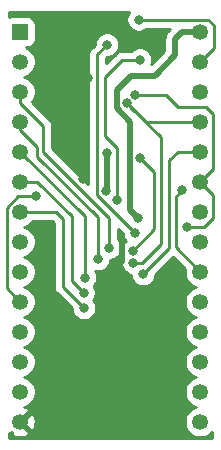
<source format=gbr>
%TF.GenerationSoftware,KiCad,Pcbnew,(5.1.12)-1*%
%TF.CreationDate,2023-02-10T19:32:18+01:00*%
%TF.ProjectId,bigrom,62696772-6f6d-42e6-9b69-6361645f7063,rev?*%
%TF.SameCoordinates,Original*%
%TF.FileFunction,Copper,L2,Bot*%
%TF.FilePolarity,Positive*%
%FSLAX46Y46*%
G04 Gerber Fmt 4.6, Leading zero omitted, Abs format (unit mm)*
G04 Created by KiCad (PCBNEW (5.1.12)-1) date 2023-02-10 19:32:18*
%MOMM*%
%LPD*%
G01*
G04 APERTURE LIST*
%TA.AperFunction,ComponentPad*%
%ADD10R,1.350000X1.350000*%
%TD*%
%TA.AperFunction,ComponentPad*%
%ADD11C,1.350000*%
%TD*%
%TA.AperFunction,ViaPad*%
%ADD12C,0.800000*%
%TD*%
%TA.AperFunction,Conductor*%
%ADD13C,0.250000*%
%TD*%
%TA.AperFunction,Conductor*%
%ADD14C,0.500000*%
%TD*%
%TA.AperFunction,Conductor*%
%ADD15C,0.254000*%
%TD*%
%TA.AperFunction,Conductor*%
%ADD16C,0.100000*%
%TD*%
G04 APERTURE END LIST*
D10*
%TO.P,J1,1*%
%TO.N,Net-(J1-Pad1)*%
X145000000Y-97500000D03*
D11*
%TO.P,J1,2*%
%TO.N,A12*%
X145000000Y-100040000D03*
%TO.P,J1,3*%
%TO.N,A7*%
X145000000Y-102580000D03*
%TO.P,J1,4*%
%TO.N,A6*%
X145000000Y-105120000D03*
%TO.P,J1,5*%
%TO.N,A5*%
X145000000Y-107660000D03*
%TO.P,J1,6*%
%TO.N,A4*%
X145000000Y-110200000D03*
%TO.P,J1,7*%
%TO.N,A3*%
X145000000Y-112740000D03*
%TO.P,J1,8*%
%TO.N,A2*%
X145000000Y-115280000D03*
%TO.P,J1,9*%
%TO.N,A1*%
X145000000Y-117820000D03*
%TO.P,J1,10*%
%TO.N,A0*%
X145000000Y-120360000D03*
%TO.P,J1,11*%
%TO.N,DQ0*%
X145000000Y-122900000D03*
%TO.P,J1,12*%
%TO.N,DQ1*%
X145000000Y-125440000D03*
%TO.P,J1,13*%
%TO.N,DQ2*%
X145000000Y-127980000D03*
%TO.P,J1,14*%
%TO.N,GND*%
X145000000Y-130520000D03*
%TO.P,J1,15*%
%TO.N,DQ3*%
X160240000Y-130520000D03*
%TO.P,J1,16*%
%TO.N,DQ4*%
X160240000Y-127980000D03*
%TO.P,J1,17*%
%TO.N,DQ5*%
X160240000Y-125440000D03*
%TO.P,J1,18*%
%TO.N,DQ6*%
X160240000Y-122900000D03*
%TO.P,J1,19*%
%TO.N,DQ7*%
X160240000Y-120360000D03*
%TO.P,J1,20*%
%TO.N,~CE~*%
X160240000Y-117820000D03*
%TO.P,J1,21*%
%TO.N,A10*%
X160240000Y-115280000D03*
%TO.P,J1,22*%
%TO.N,~OE~*%
X160240000Y-112740000D03*
%TO.P,J1,23*%
%TO.N,A11*%
X160240000Y-110200000D03*
%TO.P,J1,24*%
%TO.N,A9*%
X160240000Y-107660000D03*
%TO.P,J1,25*%
%TO.N,A8*%
X160240000Y-105120000D03*
%TO.P,J1,26*%
%TO.N,A13*%
X160240000Y-102580000D03*
%TO.P,J1,27*%
%TO.N,Net-(J1-Pad27)*%
X160240000Y-100040000D03*
%TO.P,J1,28*%
%TO.N,+5V*%
X160240000Y-97500000D03*
%TD*%
D12*
%TO.N,A7*%
X152560000Y-115780000D03*
%TO.N,A6*%
X151580000Y-116750000D03*
%TO.N,A5*%
X150480000Y-118310000D03*
%TO.N,A4*%
X150380000Y-119590000D03*
%TO.N,A3*%
X150410000Y-120880000D03*
%TO.N,A0*%
X146358952Y-111438952D03*
%TO.N,GND*%
X146300000Y-113900000D03*
X152400000Y-107800000D03*
X150300000Y-110000000D03*
X151100000Y-98630000D03*
X150750000Y-101430000D03*
X154480000Y-98350000D03*
X152274017Y-110974029D03*
%TO.N,~CE~*%
X158750000Y-110930000D03*
%TO.N,A11*%
X159140000Y-114030000D03*
X154770000Y-102840000D03*
%TO.N,A9*%
X155410000Y-118010000D03*
%TO.N,A8*%
X154600000Y-117070000D03*
X154030000Y-103530000D03*
%TO.N,A13*%
X155190000Y-108200000D03*
X154555010Y-116020000D03*
%TO.N,Net-(J1-Pad27)*%
X155030000Y-96460000D03*
%TO.N,+5V*%
X155000000Y-113225000D03*
%TO.N,A14*%
X155150000Y-99850000D03*
X153200000Y-111775000D03*
%TO.N,~WE~*%
X154730000Y-114510000D03*
X152360000Y-98590000D03*
%TD*%
D13*
%TO.N,A7*%
X152560000Y-114460000D02*
X152560000Y-115780000D01*
X152560000Y-113240000D02*
X152560000Y-114460000D01*
X146975000Y-107655000D02*
X152560000Y-113240000D01*
X146975000Y-105465000D02*
X146975000Y-107655000D01*
X145000000Y-103490000D02*
X146975000Y-105465000D01*
X145000000Y-102580000D02*
X145000000Y-103490000D01*
%TO.N,A6*%
X146460000Y-108100000D02*
X151580000Y-113220000D01*
X146460000Y-107280000D02*
X146460000Y-108100000D01*
X151580000Y-113220000D02*
X151580000Y-116750000D01*
X145000000Y-105820000D02*
X146460000Y-107280000D01*
X145000000Y-105120000D02*
X145000000Y-105820000D01*
%TO.N,A5*%
X150480000Y-113120000D02*
X150480000Y-118310000D01*
X145020000Y-107660000D02*
X150480000Y-113120000D01*
X145000000Y-107660000D02*
X145020000Y-107660000D01*
%TO.N,A4*%
X149400000Y-118610000D02*
X150380000Y-119590000D01*
X149400000Y-113130000D02*
X149400000Y-118610000D01*
X146470000Y-110200000D02*
X149400000Y-113130000D01*
X145000000Y-110200000D02*
X146470000Y-110200000D01*
%TO.N,A3*%
X145000000Y-112740000D02*
X148010000Y-112740000D01*
X148010000Y-112740000D02*
X148610000Y-113340000D01*
X148610000Y-119080000D02*
X150410000Y-120880000D01*
X148610000Y-113340000D02*
X148610000Y-119080000D01*
%TO.N,A0*%
X143870000Y-119230000D02*
X143870000Y-112389998D01*
X143870000Y-112389998D02*
X144821046Y-111438952D01*
X144821046Y-111438952D02*
X146358952Y-111438952D01*
X145000000Y-120360000D02*
X143870000Y-119230000D01*
D14*
%TO.N,GND*%
X153600000Y-117000000D02*
X153600000Y-115300000D01*
X152400000Y-110848046D02*
X152274017Y-110974029D01*
X152400000Y-107800000D02*
X152400000Y-110848046D01*
D13*
%TO.N,~CE~*%
X158180000Y-115760000D02*
X160240000Y-117820000D01*
X158180000Y-111500000D02*
X158180000Y-115760000D01*
X158750000Y-110930000D02*
X158180000Y-111500000D01*
%TO.N,A11*%
X161370000Y-113250000D02*
X161370000Y-111330000D01*
X160590000Y-114030000D02*
X161370000Y-113250000D01*
X161370000Y-111330000D02*
X160240000Y-110200000D01*
X159140000Y-114030000D02*
X160590000Y-114030000D01*
X158370000Y-103870000D02*
X157340000Y-102840000D01*
X157340000Y-102840000D02*
X154770000Y-102840000D01*
X161360000Y-109080000D02*
X161360000Y-104480000D01*
X160240000Y-110200000D02*
X161360000Y-109080000D01*
X161360000Y-104480000D02*
X160750000Y-103870000D01*
X160750000Y-103870000D02*
X158370000Y-103870000D01*
%TO.N,A9*%
X157610000Y-115810000D02*
X155410000Y-118010000D01*
X158330000Y-107660000D02*
X157610000Y-108380000D01*
X157610000Y-108380000D02*
X157610000Y-115810000D01*
X160240000Y-107660000D02*
X158330000Y-107660000D01*
%TO.N,A8*%
X155620000Y-105120000D02*
X154030000Y-103530000D01*
X154600000Y-117070000D02*
X155340000Y-117070000D01*
X160240000Y-105120000D02*
X155620000Y-105120000D01*
X155340000Y-117070000D02*
X156940000Y-115470000D01*
X156940000Y-115470000D02*
X156940000Y-106440000D01*
X154429999Y-103929999D02*
X154030000Y-103530000D01*
X156940000Y-106440000D02*
X154429999Y-103929999D01*
%TO.N,A13*%
X155190000Y-108200000D02*
X156360000Y-109370000D01*
X156360000Y-109370000D02*
X156360000Y-114215010D01*
X156360000Y-114215010D02*
X154555010Y-116020000D01*
%TO.N,Net-(J1-Pad27)*%
X161430000Y-98850000D02*
X160240000Y-100040000D01*
X161430000Y-96960000D02*
X161430000Y-98850000D01*
X160930000Y-96460000D02*
X161430000Y-96960000D01*
X155030000Y-96460000D02*
X160930000Y-96460000D01*
D14*
%TO.N,+5V*%
X158100000Y-98100000D02*
X158700000Y-97500000D01*
X158100000Y-99500000D02*
X158100000Y-98100000D01*
X156400000Y-101200000D02*
X158100000Y-99500000D01*
X158700000Y-97500000D02*
X160240000Y-97500000D01*
X154400000Y-101200000D02*
X156400000Y-101200000D01*
X153179999Y-102420001D02*
X154400000Y-101200000D01*
X153179999Y-103938001D02*
X153179999Y-102420001D01*
X154339999Y-105098001D02*
X153179999Y-103938001D01*
X154339999Y-112564999D02*
X154339999Y-105098001D01*
X155000000Y-113225000D02*
X154339999Y-112564999D01*
D13*
%TO.N,A14*%
X152200000Y-101300000D02*
X152200000Y-106310000D01*
X152200000Y-106310000D02*
X153200000Y-107310000D01*
X153650000Y-99850000D02*
X152200000Y-101300000D01*
X155150000Y-99850000D02*
X153650000Y-99850000D01*
X153200000Y-107310000D02*
X153200000Y-111775000D01*
%TO.N,~WE~*%
X154730000Y-114510000D02*
X151540000Y-111320000D01*
X151540000Y-111320000D02*
X151540000Y-101070000D01*
X151540000Y-99410000D02*
X152360000Y-98590000D01*
X151540000Y-101070000D02*
X151540000Y-99410000D01*
%TD*%
D15*
%TO.N,GND*%
X147850000Y-113654802D02*
X147850001Y-119042668D01*
X147846324Y-119080000D01*
X147860998Y-119228985D01*
X147904454Y-119372246D01*
X147975026Y-119504276D01*
X148045378Y-119589999D01*
X148070000Y-119620001D01*
X148098998Y-119643799D01*
X149375000Y-120919802D01*
X149375000Y-120981939D01*
X149414774Y-121181898D01*
X149492795Y-121370256D01*
X149606063Y-121539774D01*
X149750226Y-121683937D01*
X149919744Y-121797205D01*
X150108102Y-121875226D01*
X150308061Y-121915000D01*
X150511939Y-121915000D01*
X150711898Y-121875226D01*
X150900256Y-121797205D01*
X151069774Y-121683937D01*
X151213937Y-121539774D01*
X151327205Y-121370256D01*
X151405226Y-121181898D01*
X151445000Y-120981939D01*
X151445000Y-120778061D01*
X151405226Y-120578102D01*
X151327205Y-120389744D01*
X151213937Y-120220226D01*
X151207789Y-120214078D01*
X151297205Y-120080256D01*
X151375226Y-119891898D01*
X151415000Y-119691939D01*
X151415000Y-119488061D01*
X151375226Y-119288102D01*
X151297205Y-119099744D01*
X151239832Y-119013879D01*
X151283937Y-118969774D01*
X151397205Y-118800256D01*
X151475226Y-118611898D01*
X151515000Y-118411939D01*
X151515000Y-118208061D01*
X151475226Y-118008102D01*
X151397205Y-117819744D01*
X151358038Y-117761126D01*
X151478061Y-117785000D01*
X151681939Y-117785000D01*
X151881898Y-117745226D01*
X152070256Y-117667205D01*
X152239774Y-117553937D01*
X152383937Y-117409774D01*
X152497205Y-117240256D01*
X152575226Y-117051898D01*
X152615000Y-116851939D01*
X152615000Y-116815000D01*
X152661939Y-116815000D01*
X152861898Y-116775226D01*
X153050256Y-116697205D01*
X153219774Y-116583937D01*
X153363937Y-116439774D01*
X153477205Y-116270256D01*
X153526054Y-116152325D01*
X153559784Y-116321898D01*
X153637805Y-116510256D01*
X153683515Y-116578666D01*
X153682795Y-116579744D01*
X153604774Y-116768102D01*
X153565000Y-116968061D01*
X153565000Y-117171939D01*
X153604774Y-117371898D01*
X153682795Y-117560256D01*
X153796063Y-117729774D01*
X153940226Y-117873937D01*
X154109744Y-117987205D01*
X154298102Y-118065226D01*
X154375000Y-118080522D01*
X154375000Y-118111939D01*
X154414774Y-118311898D01*
X154492795Y-118500256D01*
X154606063Y-118669774D01*
X154750226Y-118813937D01*
X154919744Y-118927205D01*
X155108102Y-119005226D01*
X155308061Y-119045000D01*
X155511939Y-119045000D01*
X155711898Y-119005226D01*
X155900256Y-118927205D01*
X156069774Y-118813937D01*
X156213937Y-118669774D01*
X156327205Y-118500256D01*
X156405226Y-118311898D01*
X156445000Y-118111939D01*
X156445000Y-118049801D01*
X157920000Y-116574802D01*
X158947615Y-117602417D01*
X158930000Y-117690976D01*
X158930000Y-117949024D01*
X158980342Y-118202113D01*
X159079093Y-118440518D01*
X159222456Y-118655077D01*
X159404923Y-118837544D01*
X159619482Y-118980907D01*
X159857887Y-119079658D01*
X159909880Y-119090000D01*
X159857887Y-119100342D01*
X159619482Y-119199093D01*
X159404923Y-119342456D01*
X159222456Y-119524923D01*
X159079093Y-119739482D01*
X158980342Y-119977887D01*
X158930000Y-120230976D01*
X158930000Y-120489024D01*
X158980342Y-120742113D01*
X159079093Y-120980518D01*
X159222456Y-121195077D01*
X159404923Y-121377544D01*
X159619482Y-121520907D01*
X159857887Y-121619658D01*
X159909880Y-121630000D01*
X159857887Y-121640342D01*
X159619482Y-121739093D01*
X159404923Y-121882456D01*
X159222456Y-122064923D01*
X159079093Y-122279482D01*
X158980342Y-122517887D01*
X158930000Y-122770976D01*
X158930000Y-123029024D01*
X158980342Y-123282113D01*
X159079093Y-123520518D01*
X159222456Y-123735077D01*
X159404923Y-123917544D01*
X159619482Y-124060907D01*
X159857887Y-124159658D01*
X159909880Y-124170000D01*
X159857887Y-124180342D01*
X159619482Y-124279093D01*
X159404923Y-124422456D01*
X159222456Y-124604923D01*
X159079093Y-124819482D01*
X158980342Y-125057887D01*
X158930000Y-125310976D01*
X158930000Y-125569024D01*
X158980342Y-125822113D01*
X159079093Y-126060518D01*
X159222456Y-126275077D01*
X159404923Y-126457544D01*
X159619482Y-126600907D01*
X159857887Y-126699658D01*
X159909880Y-126710000D01*
X159857887Y-126720342D01*
X159619482Y-126819093D01*
X159404923Y-126962456D01*
X159222456Y-127144923D01*
X159079093Y-127359482D01*
X158980342Y-127597887D01*
X158930000Y-127850976D01*
X158930000Y-128109024D01*
X158980342Y-128362113D01*
X159079093Y-128600518D01*
X159222456Y-128815077D01*
X159404923Y-128997544D01*
X159619482Y-129140907D01*
X159857887Y-129239658D01*
X159909880Y-129250000D01*
X159857887Y-129260342D01*
X159619482Y-129359093D01*
X159404923Y-129502456D01*
X159222456Y-129684923D01*
X159079093Y-129899482D01*
X158980342Y-130137887D01*
X158930000Y-130390976D01*
X158930000Y-130649024D01*
X158980342Y-130902113D01*
X159079093Y-131140518D01*
X159222456Y-131355077D01*
X159404923Y-131537544D01*
X159619482Y-131680907D01*
X159857887Y-131779658D01*
X160110976Y-131830000D01*
X160369024Y-131830000D01*
X160622113Y-131779658D01*
X160860518Y-131680907D01*
X161075077Y-131537544D01*
X161257544Y-131355077D01*
X161260001Y-131351400D01*
X161260001Y-131870000D01*
X144080000Y-131870000D01*
X144080000Y-131460714D01*
X144159447Y-131540161D01*
X144276206Y-131423402D01*
X144332630Y-131654621D01*
X144566808Y-131763017D01*
X144817633Y-131823645D01*
X145075465Y-131834174D01*
X145330398Y-131794200D01*
X145572633Y-131705259D01*
X145667370Y-131654621D01*
X145723795Y-131423400D01*
X145000000Y-130699605D01*
X144985858Y-130713748D01*
X144806253Y-130534143D01*
X144820395Y-130520000D01*
X145179605Y-130520000D01*
X145903400Y-131243795D01*
X146134621Y-131187370D01*
X146243017Y-130953192D01*
X146303645Y-130702367D01*
X146314174Y-130444535D01*
X146274200Y-130189602D01*
X146185259Y-129947367D01*
X146134621Y-129852630D01*
X145903400Y-129796205D01*
X145179605Y-130520000D01*
X144820395Y-130520000D01*
X144806253Y-130505858D01*
X144985858Y-130326253D01*
X145000000Y-130340395D01*
X145723795Y-129616600D01*
X145667370Y-129385379D01*
X145433192Y-129276983D01*
X145325424Y-129250934D01*
X145382113Y-129239658D01*
X145620518Y-129140907D01*
X145835077Y-128997544D01*
X146017544Y-128815077D01*
X146160907Y-128600518D01*
X146259658Y-128362113D01*
X146310000Y-128109024D01*
X146310000Y-127850976D01*
X146259658Y-127597887D01*
X146160907Y-127359482D01*
X146017544Y-127144923D01*
X145835077Y-126962456D01*
X145620518Y-126819093D01*
X145382113Y-126720342D01*
X145330120Y-126710000D01*
X145382113Y-126699658D01*
X145620518Y-126600907D01*
X145835077Y-126457544D01*
X146017544Y-126275077D01*
X146160907Y-126060518D01*
X146259658Y-125822113D01*
X146310000Y-125569024D01*
X146310000Y-125310976D01*
X146259658Y-125057887D01*
X146160907Y-124819482D01*
X146017544Y-124604923D01*
X145835077Y-124422456D01*
X145620518Y-124279093D01*
X145382113Y-124180342D01*
X145330120Y-124170000D01*
X145382113Y-124159658D01*
X145620518Y-124060907D01*
X145835077Y-123917544D01*
X146017544Y-123735077D01*
X146160907Y-123520518D01*
X146259658Y-123282113D01*
X146310000Y-123029024D01*
X146310000Y-122770976D01*
X146259658Y-122517887D01*
X146160907Y-122279482D01*
X146017544Y-122064923D01*
X145835077Y-121882456D01*
X145620518Y-121739093D01*
X145382113Y-121640342D01*
X145330120Y-121630000D01*
X145382113Y-121619658D01*
X145620518Y-121520907D01*
X145835077Y-121377544D01*
X146017544Y-121195077D01*
X146160907Y-120980518D01*
X146259658Y-120742113D01*
X146310000Y-120489024D01*
X146310000Y-120230976D01*
X146259658Y-119977887D01*
X146160907Y-119739482D01*
X146017544Y-119524923D01*
X145835077Y-119342456D01*
X145620518Y-119199093D01*
X145382113Y-119100342D01*
X145330120Y-119090000D01*
X145382113Y-119079658D01*
X145620518Y-118980907D01*
X145835077Y-118837544D01*
X146017544Y-118655077D01*
X146160907Y-118440518D01*
X146259658Y-118202113D01*
X146310000Y-117949024D01*
X146310000Y-117690976D01*
X146259658Y-117437887D01*
X146160907Y-117199482D01*
X146017544Y-116984923D01*
X145835077Y-116802456D01*
X145620518Y-116659093D01*
X145382113Y-116560342D01*
X145330120Y-116550000D01*
X145382113Y-116539658D01*
X145620518Y-116440907D01*
X145835077Y-116297544D01*
X146017544Y-116115077D01*
X146160907Y-115900518D01*
X146259658Y-115662113D01*
X146310000Y-115409024D01*
X146310000Y-115150976D01*
X146259658Y-114897887D01*
X146160907Y-114659482D01*
X146017544Y-114444923D01*
X145835077Y-114262456D01*
X145620518Y-114119093D01*
X145382113Y-114020342D01*
X145330120Y-114010000D01*
X145382113Y-113999658D01*
X145620518Y-113900907D01*
X145835077Y-113757544D01*
X146017544Y-113575077D01*
X146067709Y-113500000D01*
X147695199Y-113500000D01*
X147850000Y-113654802D01*
%TA.AperFunction,Conductor*%
D16*
G36*
X147850000Y-113654802D02*
G01*
X147850001Y-119042668D01*
X147846324Y-119080000D01*
X147860998Y-119228985D01*
X147904454Y-119372246D01*
X147975026Y-119504276D01*
X148045378Y-119589999D01*
X148070000Y-119620001D01*
X148098998Y-119643799D01*
X149375000Y-120919802D01*
X149375000Y-120981939D01*
X149414774Y-121181898D01*
X149492795Y-121370256D01*
X149606063Y-121539774D01*
X149750226Y-121683937D01*
X149919744Y-121797205D01*
X150108102Y-121875226D01*
X150308061Y-121915000D01*
X150511939Y-121915000D01*
X150711898Y-121875226D01*
X150900256Y-121797205D01*
X151069774Y-121683937D01*
X151213937Y-121539774D01*
X151327205Y-121370256D01*
X151405226Y-121181898D01*
X151445000Y-120981939D01*
X151445000Y-120778061D01*
X151405226Y-120578102D01*
X151327205Y-120389744D01*
X151213937Y-120220226D01*
X151207789Y-120214078D01*
X151297205Y-120080256D01*
X151375226Y-119891898D01*
X151415000Y-119691939D01*
X151415000Y-119488061D01*
X151375226Y-119288102D01*
X151297205Y-119099744D01*
X151239832Y-119013879D01*
X151283937Y-118969774D01*
X151397205Y-118800256D01*
X151475226Y-118611898D01*
X151515000Y-118411939D01*
X151515000Y-118208061D01*
X151475226Y-118008102D01*
X151397205Y-117819744D01*
X151358038Y-117761126D01*
X151478061Y-117785000D01*
X151681939Y-117785000D01*
X151881898Y-117745226D01*
X152070256Y-117667205D01*
X152239774Y-117553937D01*
X152383937Y-117409774D01*
X152497205Y-117240256D01*
X152575226Y-117051898D01*
X152615000Y-116851939D01*
X152615000Y-116815000D01*
X152661939Y-116815000D01*
X152861898Y-116775226D01*
X153050256Y-116697205D01*
X153219774Y-116583937D01*
X153363937Y-116439774D01*
X153477205Y-116270256D01*
X153526054Y-116152325D01*
X153559784Y-116321898D01*
X153637805Y-116510256D01*
X153683515Y-116578666D01*
X153682795Y-116579744D01*
X153604774Y-116768102D01*
X153565000Y-116968061D01*
X153565000Y-117171939D01*
X153604774Y-117371898D01*
X153682795Y-117560256D01*
X153796063Y-117729774D01*
X153940226Y-117873937D01*
X154109744Y-117987205D01*
X154298102Y-118065226D01*
X154375000Y-118080522D01*
X154375000Y-118111939D01*
X154414774Y-118311898D01*
X154492795Y-118500256D01*
X154606063Y-118669774D01*
X154750226Y-118813937D01*
X154919744Y-118927205D01*
X155108102Y-119005226D01*
X155308061Y-119045000D01*
X155511939Y-119045000D01*
X155711898Y-119005226D01*
X155900256Y-118927205D01*
X156069774Y-118813937D01*
X156213937Y-118669774D01*
X156327205Y-118500256D01*
X156405226Y-118311898D01*
X156445000Y-118111939D01*
X156445000Y-118049801D01*
X157920000Y-116574802D01*
X158947615Y-117602417D01*
X158930000Y-117690976D01*
X158930000Y-117949024D01*
X158980342Y-118202113D01*
X159079093Y-118440518D01*
X159222456Y-118655077D01*
X159404923Y-118837544D01*
X159619482Y-118980907D01*
X159857887Y-119079658D01*
X159909880Y-119090000D01*
X159857887Y-119100342D01*
X159619482Y-119199093D01*
X159404923Y-119342456D01*
X159222456Y-119524923D01*
X159079093Y-119739482D01*
X158980342Y-119977887D01*
X158930000Y-120230976D01*
X158930000Y-120489024D01*
X158980342Y-120742113D01*
X159079093Y-120980518D01*
X159222456Y-121195077D01*
X159404923Y-121377544D01*
X159619482Y-121520907D01*
X159857887Y-121619658D01*
X159909880Y-121630000D01*
X159857887Y-121640342D01*
X159619482Y-121739093D01*
X159404923Y-121882456D01*
X159222456Y-122064923D01*
X159079093Y-122279482D01*
X158980342Y-122517887D01*
X158930000Y-122770976D01*
X158930000Y-123029024D01*
X158980342Y-123282113D01*
X159079093Y-123520518D01*
X159222456Y-123735077D01*
X159404923Y-123917544D01*
X159619482Y-124060907D01*
X159857887Y-124159658D01*
X159909880Y-124170000D01*
X159857887Y-124180342D01*
X159619482Y-124279093D01*
X159404923Y-124422456D01*
X159222456Y-124604923D01*
X159079093Y-124819482D01*
X158980342Y-125057887D01*
X158930000Y-125310976D01*
X158930000Y-125569024D01*
X158980342Y-125822113D01*
X159079093Y-126060518D01*
X159222456Y-126275077D01*
X159404923Y-126457544D01*
X159619482Y-126600907D01*
X159857887Y-126699658D01*
X159909880Y-126710000D01*
X159857887Y-126720342D01*
X159619482Y-126819093D01*
X159404923Y-126962456D01*
X159222456Y-127144923D01*
X159079093Y-127359482D01*
X158980342Y-127597887D01*
X158930000Y-127850976D01*
X158930000Y-128109024D01*
X158980342Y-128362113D01*
X159079093Y-128600518D01*
X159222456Y-128815077D01*
X159404923Y-128997544D01*
X159619482Y-129140907D01*
X159857887Y-129239658D01*
X159909880Y-129250000D01*
X159857887Y-129260342D01*
X159619482Y-129359093D01*
X159404923Y-129502456D01*
X159222456Y-129684923D01*
X159079093Y-129899482D01*
X158980342Y-130137887D01*
X158930000Y-130390976D01*
X158930000Y-130649024D01*
X158980342Y-130902113D01*
X159079093Y-131140518D01*
X159222456Y-131355077D01*
X159404923Y-131537544D01*
X159619482Y-131680907D01*
X159857887Y-131779658D01*
X160110976Y-131830000D01*
X160369024Y-131830000D01*
X160622113Y-131779658D01*
X160860518Y-131680907D01*
X161075077Y-131537544D01*
X161257544Y-131355077D01*
X161260001Y-131351400D01*
X161260001Y-131870000D01*
X144080000Y-131870000D01*
X144080000Y-131460714D01*
X144159447Y-131540161D01*
X144276206Y-131423402D01*
X144332630Y-131654621D01*
X144566808Y-131763017D01*
X144817633Y-131823645D01*
X145075465Y-131834174D01*
X145330398Y-131794200D01*
X145572633Y-131705259D01*
X145667370Y-131654621D01*
X145723795Y-131423400D01*
X145000000Y-130699605D01*
X144985858Y-130713748D01*
X144806253Y-130534143D01*
X144820395Y-130520000D01*
X145179605Y-130520000D01*
X145903400Y-131243795D01*
X146134621Y-131187370D01*
X146243017Y-130953192D01*
X146303645Y-130702367D01*
X146314174Y-130444535D01*
X146274200Y-130189602D01*
X146185259Y-129947367D01*
X146134621Y-129852630D01*
X145903400Y-129796205D01*
X145179605Y-130520000D01*
X144820395Y-130520000D01*
X144806253Y-130505858D01*
X144985858Y-130326253D01*
X145000000Y-130340395D01*
X145723795Y-129616600D01*
X145667370Y-129385379D01*
X145433192Y-129276983D01*
X145325424Y-129250934D01*
X145382113Y-129239658D01*
X145620518Y-129140907D01*
X145835077Y-128997544D01*
X146017544Y-128815077D01*
X146160907Y-128600518D01*
X146259658Y-128362113D01*
X146310000Y-128109024D01*
X146310000Y-127850976D01*
X146259658Y-127597887D01*
X146160907Y-127359482D01*
X146017544Y-127144923D01*
X145835077Y-126962456D01*
X145620518Y-126819093D01*
X145382113Y-126720342D01*
X145330120Y-126710000D01*
X145382113Y-126699658D01*
X145620518Y-126600907D01*
X145835077Y-126457544D01*
X146017544Y-126275077D01*
X146160907Y-126060518D01*
X146259658Y-125822113D01*
X146310000Y-125569024D01*
X146310000Y-125310976D01*
X146259658Y-125057887D01*
X146160907Y-124819482D01*
X146017544Y-124604923D01*
X145835077Y-124422456D01*
X145620518Y-124279093D01*
X145382113Y-124180342D01*
X145330120Y-124170000D01*
X145382113Y-124159658D01*
X145620518Y-124060907D01*
X145835077Y-123917544D01*
X146017544Y-123735077D01*
X146160907Y-123520518D01*
X146259658Y-123282113D01*
X146310000Y-123029024D01*
X146310000Y-122770976D01*
X146259658Y-122517887D01*
X146160907Y-122279482D01*
X146017544Y-122064923D01*
X145835077Y-121882456D01*
X145620518Y-121739093D01*
X145382113Y-121640342D01*
X145330120Y-121630000D01*
X145382113Y-121619658D01*
X145620518Y-121520907D01*
X145835077Y-121377544D01*
X146017544Y-121195077D01*
X146160907Y-120980518D01*
X146259658Y-120742113D01*
X146310000Y-120489024D01*
X146310000Y-120230976D01*
X146259658Y-119977887D01*
X146160907Y-119739482D01*
X146017544Y-119524923D01*
X145835077Y-119342456D01*
X145620518Y-119199093D01*
X145382113Y-119100342D01*
X145330120Y-119090000D01*
X145382113Y-119079658D01*
X145620518Y-118980907D01*
X145835077Y-118837544D01*
X146017544Y-118655077D01*
X146160907Y-118440518D01*
X146259658Y-118202113D01*
X146310000Y-117949024D01*
X146310000Y-117690976D01*
X146259658Y-117437887D01*
X146160907Y-117199482D01*
X146017544Y-116984923D01*
X145835077Y-116802456D01*
X145620518Y-116659093D01*
X145382113Y-116560342D01*
X145330120Y-116550000D01*
X145382113Y-116539658D01*
X145620518Y-116440907D01*
X145835077Y-116297544D01*
X146017544Y-116115077D01*
X146160907Y-115900518D01*
X146259658Y-115662113D01*
X146310000Y-115409024D01*
X146310000Y-115150976D01*
X146259658Y-114897887D01*
X146160907Y-114659482D01*
X146017544Y-114444923D01*
X145835077Y-114262456D01*
X145620518Y-114119093D01*
X145382113Y-114020342D01*
X145330120Y-114010000D01*
X145382113Y-113999658D01*
X145620518Y-113900907D01*
X145835077Y-113757544D01*
X146017544Y-113575077D01*
X146067709Y-113500000D01*
X147695199Y-113500000D01*
X147850000Y-113654802D01*
G37*
%TD.AperFunction*%
D15*
X153695000Y-114549802D02*
X153695000Y-114611939D01*
X153734774Y-114811898D01*
X153812795Y-115000256D01*
X153926063Y-115169774D01*
X153941464Y-115185175D01*
X153895236Y-115216063D01*
X153751073Y-115360226D01*
X153637805Y-115529744D01*
X153588956Y-115647675D01*
X153555226Y-115478102D01*
X153477205Y-115289744D01*
X153363937Y-115120226D01*
X153320000Y-115076289D01*
X153320000Y-114174802D01*
X153695000Y-114549802D01*
%TA.AperFunction,Conductor*%
D16*
G36*
X153695000Y-114549802D02*
G01*
X153695000Y-114611939D01*
X153734774Y-114811898D01*
X153812795Y-115000256D01*
X153926063Y-115169774D01*
X153941464Y-115185175D01*
X153895236Y-115216063D01*
X153751073Y-115360226D01*
X153637805Y-115529744D01*
X153588956Y-115647675D01*
X153555226Y-115478102D01*
X153477205Y-115289744D01*
X153363937Y-115120226D01*
X153320000Y-115076289D01*
X153320000Y-114174802D01*
X153695000Y-114549802D01*
G37*
%TD.AperFunction*%
D15*
X152440000Y-107624802D02*
X152440001Y-111071288D01*
X152403045Y-111108244D01*
X152300000Y-111005199D01*
X152300000Y-107484802D01*
X152440000Y-107624802D01*
%TA.AperFunction,Conductor*%
D16*
G36*
X152440000Y-107624802D02*
G01*
X152440001Y-111071288D01*
X152403045Y-111108244D01*
X152300000Y-111005199D01*
X152300000Y-107484802D01*
X152440000Y-107624802D01*
G37*
%TD.AperFunction*%
D15*
X154112795Y-95969744D02*
X154034774Y-96158102D01*
X153995000Y-96358061D01*
X153995000Y-96561939D01*
X154034774Y-96761898D01*
X154112795Y-96950256D01*
X154226063Y-97119774D01*
X154370226Y-97263937D01*
X154539744Y-97377205D01*
X154728102Y-97455226D01*
X154928061Y-97495000D01*
X155131939Y-97495000D01*
X155331898Y-97455226D01*
X155520256Y-97377205D01*
X155689774Y-97263937D01*
X155733711Y-97220000D01*
X157728422Y-97220000D01*
X157504951Y-97443471D01*
X157471184Y-97471183D01*
X157443471Y-97504951D01*
X157443468Y-97504954D01*
X157360590Y-97605941D01*
X157278412Y-97759687D01*
X157227805Y-97926510D01*
X157210719Y-98100000D01*
X157215001Y-98143479D01*
X157215000Y-99133421D01*
X156108953Y-100239469D01*
X156145226Y-100151898D01*
X156185000Y-99951939D01*
X156185000Y-99748061D01*
X156145226Y-99548102D01*
X156067205Y-99359744D01*
X155953937Y-99190226D01*
X155809774Y-99046063D01*
X155640256Y-98932795D01*
X155451898Y-98854774D01*
X155251939Y-98815000D01*
X155048061Y-98815000D01*
X154848102Y-98854774D01*
X154659744Y-98932795D01*
X154490226Y-99046063D01*
X154446289Y-99090000D01*
X153687325Y-99090000D01*
X153650000Y-99086324D01*
X153612675Y-99090000D01*
X153612667Y-99090000D01*
X153501014Y-99100997D01*
X153357753Y-99144454D01*
X153225724Y-99215026D01*
X153109999Y-99309999D01*
X153086201Y-99338997D01*
X152300000Y-100125199D01*
X152300000Y-99724801D01*
X152399801Y-99625000D01*
X152461939Y-99625000D01*
X152661898Y-99585226D01*
X152850256Y-99507205D01*
X153019774Y-99393937D01*
X153163937Y-99249774D01*
X153277205Y-99080256D01*
X153355226Y-98891898D01*
X153395000Y-98691939D01*
X153395000Y-98488061D01*
X153355226Y-98288102D01*
X153277205Y-98099744D01*
X153163937Y-97930226D01*
X153019774Y-97786063D01*
X152850256Y-97672795D01*
X152661898Y-97594774D01*
X152461939Y-97555000D01*
X152258061Y-97555000D01*
X152058102Y-97594774D01*
X151869744Y-97672795D01*
X151700226Y-97786063D01*
X151556063Y-97930226D01*
X151442795Y-98099744D01*
X151364774Y-98288102D01*
X151325000Y-98488061D01*
X151325000Y-98550199D01*
X151028998Y-98846201D01*
X151000000Y-98869999D01*
X150976202Y-98898997D01*
X150976201Y-98898998D01*
X150905026Y-98985724D01*
X150834454Y-99117754D01*
X150790998Y-99261015D01*
X150776324Y-99410000D01*
X150780001Y-99447332D01*
X150780000Y-101107332D01*
X150780001Y-101107342D01*
X150780000Y-110385199D01*
X147735000Y-107340199D01*
X147735000Y-105502325D01*
X147738676Y-105465000D01*
X147735000Y-105427675D01*
X147735000Y-105427667D01*
X147724003Y-105316014D01*
X147680546Y-105172753D01*
X147609974Y-105040724D01*
X147515001Y-104924999D01*
X147486004Y-104901202D01*
X146008711Y-103423910D01*
X146017544Y-103415077D01*
X146160907Y-103200518D01*
X146259658Y-102962113D01*
X146310000Y-102709024D01*
X146310000Y-102450976D01*
X146259658Y-102197887D01*
X146160907Y-101959482D01*
X146017544Y-101744923D01*
X145835077Y-101562456D01*
X145620518Y-101419093D01*
X145382113Y-101320342D01*
X145330120Y-101310000D01*
X145382113Y-101299658D01*
X145620518Y-101200907D01*
X145835077Y-101057544D01*
X146017544Y-100875077D01*
X146160907Y-100660518D01*
X146259658Y-100422113D01*
X146310000Y-100169024D01*
X146310000Y-99910976D01*
X146259658Y-99657887D01*
X146160907Y-99419482D01*
X146017544Y-99204923D01*
X145835077Y-99022456D01*
X145620518Y-98879093D01*
X145461130Y-98813072D01*
X145675000Y-98813072D01*
X145799482Y-98800812D01*
X145919180Y-98764502D01*
X146029494Y-98705537D01*
X146126185Y-98626185D01*
X146205537Y-98529494D01*
X146264502Y-98419180D01*
X146300812Y-98299482D01*
X146313072Y-98175000D01*
X146313072Y-96825000D01*
X146300812Y-96700518D01*
X146264502Y-96580820D01*
X146205537Y-96470506D01*
X146126185Y-96373815D01*
X146029494Y-96294463D01*
X145919180Y-96235498D01*
X145799482Y-96199188D01*
X145675000Y-96186928D01*
X144325000Y-96186928D01*
X144200518Y-96199188D01*
X144080820Y-96235498D01*
X144080000Y-96235936D01*
X144080000Y-95810000D01*
X154219532Y-95810000D01*
X154112795Y-95969744D01*
%TA.AperFunction,Conductor*%
D16*
G36*
X154112795Y-95969744D02*
G01*
X154034774Y-96158102D01*
X153995000Y-96358061D01*
X153995000Y-96561939D01*
X154034774Y-96761898D01*
X154112795Y-96950256D01*
X154226063Y-97119774D01*
X154370226Y-97263937D01*
X154539744Y-97377205D01*
X154728102Y-97455226D01*
X154928061Y-97495000D01*
X155131939Y-97495000D01*
X155331898Y-97455226D01*
X155520256Y-97377205D01*
X155689774Y-97263937D01*
X155733711Y-97220000D01*
X157728422Y-97220000D01*
X157504951Y-97443471D01*
X157471184Y-97471183D01*
X157443471Y-97504951D01*
X157443468Y-97504954D01*
X157360590Y-97605941D01*
X157278412Y-97759687D01*
X157227805Y-97926510D01*
X157210719Y-98100000D01*
X157215001Y-98143479D01*
X157215000Y-99133421D01*
X156108953Y-100239469D01*
X156145226Y-100151898D01*
X156185000Y-99951939D01*
X156185000Y-99748061D01*
X156145226Y-99548102D01*
X156067205Y-99359744D01*
X155953937Y-99190226D01*
X155809774Y-99046063D01*
X155640256Y-98932795D01*
X155451898Y-98854774D01*
X155251939Y-98815000D01*
X155048061Y-98815000D01*
X154848102Y-98854774D01*
X154659744Y-98932795D01*
X154490226Y-99046063D01*
X154446289Y-99090000D01*
X153687325Y-99090000D01*
X153650000Y-99086324D01*
X153612675Y-99090000D01*
X153612667Y-99090000D01*
X153501014Y-99100997D01*
X153357753Y-99144454D01*
X153225724Y-99215026D01*
X153109999Y-99309999D01*
X153086201Y-99338997D01*
X152300000Y-100125199D01*
X152300000Y-99724801D01*
X152399801Y-99625000D01*
X152461939Y-99625000D01*
X152661898Y-99585226D01*
X152850256Y-99507205D01*
X153019774Y-99393937D01*
X153163937Y-99249774D01*
X153277205Y-99080256D01*
X153355226Y-98891898D01*
X153395000Y-98691939D01*
X153395000Y-98488061D01*
X153355226Y-98288102D01*
X153277205Y-98099744D01*
X153163937Y-97930226D01*
X153019774Y-97786063D01*
X152850256Y-97672795D01*
X152661898Y-97594774D01*
X152461939Y-97555000D01*
X152258061Y-97555000D01*
X152058102Y-97594774D01*
X151869744Y-97672795D01*
X151700226Y-97786063D01*
X151556063Y-97930226D01*
X151442795Y-98099744D01*
X151364774Y-98288102D01*
X151325000Y-98488061D01*
X151325000Y-98550199D01*
X151028998Y-98846201D01*
X151000000Y-98869999D01*
X150976202Y-98898997D01*
X150976201Y-98898998D01*
X150905026Y-98985724D01*
X150834454Y-99117754D01*
X150790998Y-99261015D01*
X150776324Y-99410000D01*
X150780001Y-99447332D01*
X150780000Y-101107332D01*
X150780001Y-101107342D01*
X150780000Y-110385199D01*
X147735000Y-107340199D01*
X147735000Y-105502325D01*
X147738676Y-105465000D01*
X147735000Y-105427675D01*
X147735000Y-105427667D01*
X147724003Y-105316014D01*
X147680546Y-105172753D01*
X147609974Y-105040724D01*
X147515001Y-104924999D01*
X147486004Y-104901202D01*
X146008711Y-103423910D01*
X146017544Y-103415077D01*
X146160907Y-103200518D01*
X146259658Y-102962113D01*
X146310000Y-102709024D01*
X146310000Y-102450976D01*
X146259658Y-102197887D01*
X146160907Y-101959482D01*
X146017544Y-101744923D01*
X145835077Y-101562456D01*
X145620518Y-101419093D01*
X145382113Y-101320342D01*
X145330120Y-101310000D01*
X145382113Y-101299658D01*
X145620518Y-101200907D01*
X145835077Y-101057544D01*
X146017544Y-100875077D01*
X146160907Y-100660518D01*
X146259658Y-100422113D01*
X146310000Y-100169024D01*
X146310000Y-99910976D01*
X146259658Y-99657887D01*
X146160907Y-99419482D01*
X146017544Y-99204923D01*
X145835077Y-99022456D01*
X145620518Y-98879093D01*
X145461130Y-98813072D01*
X145675000Y-98813072D01*
X145799482Y-98800812D01*
X145919180Y-98764502D01*
X146029494Y-98705537D01*
X146126185Y-98626185D01*
X146205537Y-98529494D01*
X146264502Y-98419180D01*
X146300812Y-98299482D01*
X146313072Y-98175000D01*
X146313072Y-96825000D01*
X146300812Y-96700518D01*
X146264502Y-96580820D01*
X146205537Y-96470506D01*
X146126185Y-96373815D01*
X146029494Y-96294463D01*
X145919180Y-96235498D01*
X145799482Y-96199188D01*
X145675000Y-96186928D01*
X144325000Y-96186928D01*
X144200518Y-96199188D01*
X144080820Y-96235498D01*
X144080000Y-96235936D01*
X144080000Y-95810000D01*
X154219532Y-95810000D01*
X154112795Y-95969744D01*
G37*
%TD.AperFunction*%
%TD*%
M02*

</source>
